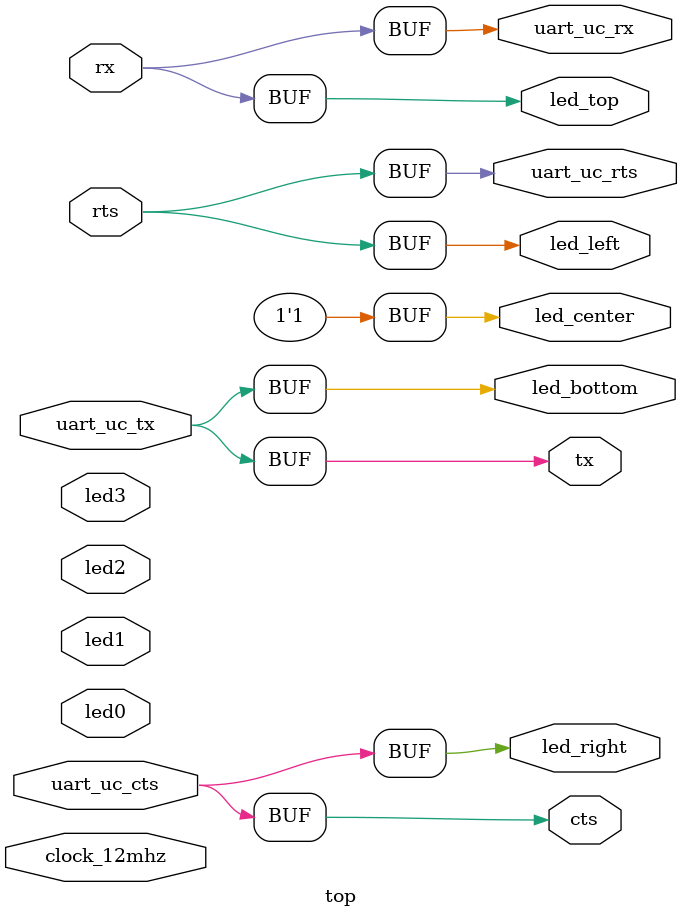
<source format=v>

module top(
    // main crystal oscillator
    input  clock_12mhz,

    // FPGA's UART port to PC
    // via FTDI FT2232H USB-Serial IC
    input  rx,
    output tx,
    input  rts,
    output cts,

    // onboard LEDs
    output led_bottom,
    output led_center,
    output led_top,
    output led_left,
    output led_right,

    // uC's UART port
    // naming as seen from uC
    output uart_uc_rx,
    input  uart_uc_tx,
    output uart_uc_rts,
    input  uart_uc_cts,

    // debug LED signals from uC
    input  led0,
    input  led1,
    input  led2,
    input  led3
    );

    /**
     * UART pass-through
     * from FTDI chip to uC
     */
    assign uart_uc_rx = rx;
    assign tx = uart_uc_tx;
    assign uart_uc_rts = rts;
    assign cts = uart_uc_cts;

    /*
     * debug LEDs
     */
    assign led_center = 1;
    assign led_top = rx;
    assign led_bottom = uart_uc_tx;
    assign led_left = rts;
    assign led_right = uart_uc_cts;

endmodule

</source>
